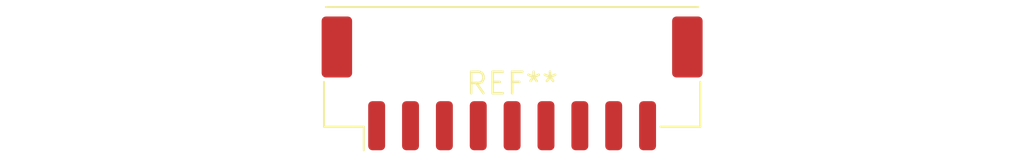
<source format=kicad_pcb>
(kicad_pcb (version 20240108) (generator pcbnew)
  (layers (0 "F.Cu" signal) (31 "B.Cu" signal) (34 "B.Paste" user) (35 "F.Paste" user) (36 "B.SilkS" user "B.Silkscreen") (37 "F.SilkS" user "F.Silkscreen") (38 "B.Mask" user) (39 "F.Mask" user) (44 "Edge.Cuts" user))
  (net 0 "")
  (footprint "Molex_CLIK-Mate_502443-0970_1x09-1MP_P2.00mm_Vertical" (layer "F.Cu") (at 0 0)
    (property "Reference" "REF**")
    (property "Value" "Molex_CLIK-Mate_502443-0970_1x09-1MP_P2.00mm_Vertical")
    (fp_line (start -11.11 -0.09) (end -11.11 2.56) (layer "F.SilkS") (stroke (width 0.12)))
    (fp_line (start -11.11 2.56) (end -8.76 2.56) (layer "F.SilkS") (stroke (width 0.12)))
    (fp_line (start -11 -4.51) (end 11 -4.51) (layer "F.SilkS") (stroke (width 0.12)))
    (fp_line (start -8.76 2.56) (end -8.76 3.95) (layer "F.SilkS") (stroke (width 0.12)))
    (fp_line (start 11.11 -0.09) (end 11.11 2.56) (layer "F.SilkS") (stroke (width 0.12)))
    (fp_line (start 11.11 2.56) (end 8.76 2.56) (layer "F.SilkS") (stroke (width 0.12)))
    (pad "1" smd roundrect (at -8 2.5) (size 1 2.9) (layers "F.Cu" "F.Paste" "F.Mask"))
    (pad "2" smd roundrect (at -6 2.5) (size 1 2.9) (layers "F.Cu" "F.Paste" "F.Mask"))
    (pad "3" smd roundrect (at -4 2.5) (size 1 2.9) (layers "F.Cu" "F.Paste" "F.Mask"))
    (pad "4" smd roundrect (at -2 2.5) (size 1 2.9) (layers "F.Cu" "F.Paste" "F.Mask"))
    (pad "5" smd roundrect (at 0 2.5) (size 1 2.9) (layers "F.Cu" "F.Paste" "F.Mask"))
    (pad "6" smd roundrect (at 2 2.5) (size 1 2.9) (layers "F.Cu" "F.Paste" "F.Mask"))
    (pad "7" smd roundrect (at 4 2.5) (size 1 2.9) (layers "F.Cu" "F.Paste" "F.Mask"))
    (pad "8" smd roundrect (at 6 2.5) (size 1 2.9) (layers "F.Cu" "F.Paste" "F.Mask"))
    (pad "9" smd roundrect (at 8 2.5) (size 1 2.9) (layers "F.Cu" "F.Paste" "F.Mask"))
    (pad "MP" smd roundrect (at -10.35 -2.15) (size 1.8 3.6) (layers "F.Cu" "F.Paste" "F.Mask") (roundrect_rratio 0.138889))
    (pad "MP" smd roundrect (at 10.35 -2.15) (size 1.8 3.6) (layers "F.Cu" "F.Paste" "F.Mask") (roundrect_rratio 0.138889))
  )
)
</source>
